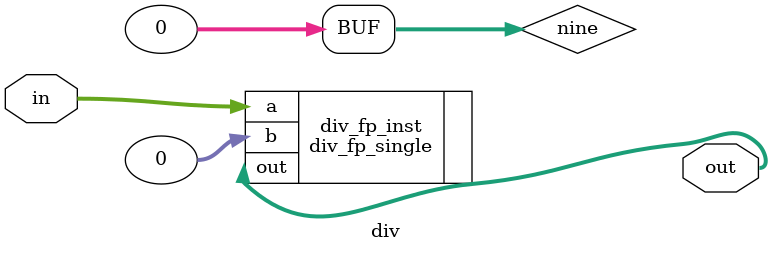
<source format=v>
module div 
#(	parameter k = 32,
parameter N = ""
)
(in, out);
	 
	input [k-1:0] in;
	
 	output [k-1:0] out;

	wire [k-1:0] nine = N;
	
	div_fp_single div_fp_inst ( .a(in),
	                     .b(nine),
	                     .out(out)
	                     );    

endmodule 




</source>
